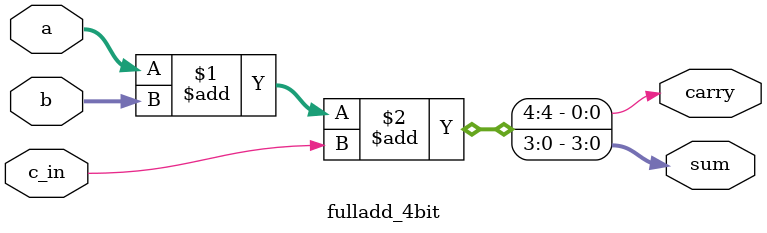
<source format=v>
`timescale 1ns/1ps


module fulladd_4bit (
    input  [3:0] a,             // I/O declarations
    input  [3:0] b,
    input        c_in,
    output [3:0] sum,
    output       carry
);


// Define the dataflow statements for the full adder by using concatenation operator
assign {carry,sum} = a + b + c_in;
    
endmodule
</source>
